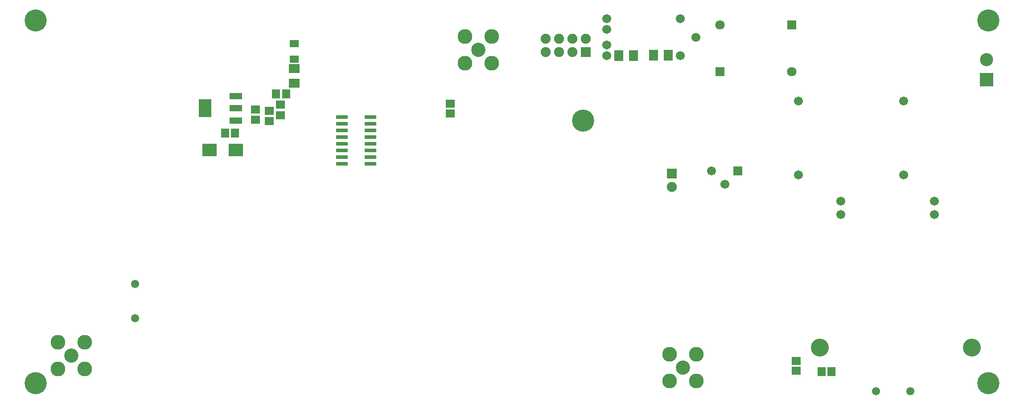
<source format=gbs>
G04*
G04 #@! TF.GenerationSoftware,Altium Limited,Altium Designer,19.1.8 (144)*
G04*
G04 Layer_Color=16711935*
%FSLAX25Y25*%
%MOIN*%
G70*
G01*
G75*
%ADD26R,0.07887X0.07099*%
%ADD32R,0.07099X0.07887*%
%ADD34R,0.05918X0.06706*%
%ADD37R,0.09265X0.04540*%
%ADD38R,0.09265X0.13595*%
%ADD43R,0.06706X0.05918*%
%ADD45C,0.06706*%
%ADD46C,0.11036*%
%ADD47C,0.10642*%
%ADD48C,0.06115*%
%ADD49R,0.09855X0.09855*%
%ADD50C,0.09855*%
%ADD51R,0.07493X0.07493*%
%ADD52C,0.07493*%
%ADD53R,0.06706X0.06706*%
%ADD54C,0.07099*%
%ADD55R,0.07099X0.07099*%
%ADD56R,0.07493X0.07493*%
%ADD57C,0.13398*%
%ADD58C,0.16548*%
%ADD121R,0.06312X0.06706*%
%ADD122R,0.06706X0.06312*%
%ADD123R,0.07099X0.05524*%
%ADD124R,0.11036X0.09461*%
%ADD125R,0.08674X0.03162*%
D26*
X205161Y-51542D02*
D03*
Y-62566D02*
D03*
D32*
X459012Y-42000D02*
D03*
X447988D02*
D03*
X473988Y-41500D02*
D03*
X485012D02*
D03*
D34*
X153624Y-99948D02*
D03*
X161104D02*
D03*
X607029Y-278500D02*
D03*
X599548D02*
D03*
D37*
X161598Y-72361D02*
D03*
Y-81416D02*
D03*
Y-90471D02*
D03*
D38*
X138763Y-81416D02*
D03*
D43*
X322000Y-85240D02*
D03*
Y-77760D02*
D03*
X580500Y-278029D02*
D03*
Y-270548D02*
D03*
X176240Y-82409D02*
D03*
Y-89889D02*
D03*
D45*
X614000Y-161000D02*
D03*
X684000Y-151000D02*
D03*
X614000D02*
D03*
X684000Y-161000D02*
D03*
X527247Y-138167D02*
D03*
X517404Y-128325D02*
D03*
X438843Y-41940D02*
D03*
X505772Y-28161D02*
D03*
X493961Y-41940D02*
D03*
X438843Y-14381D02*
D03*
X493961D02*
D03*
X438843Y-22255D02*
D03*
Y-34066D02*
D03*
X582209Y-131111D02*
D03*
Y-75993D02*
D03*
X660950Y-131111D02*
D03*
Y-75993D02*
D03*
D46*
X486000Y-285500D02*
D03*
X506000D02*
D03*
Y-265500D02*
D03*
X486000D02*
D03*
X28500Y-276500D02*
D03*
X48500D02*
D03*
Y-256500D02*
D03*
X28500D02*
D03*
X352857Y-47634D02*
D03*
X332857D02*
D03*
Y-27634D02*
D03*
X352857D02*
D03*
D47*
X496000Y-275500D02*
D03*
X38500Y-266500D02*
D03*
X342857Y-37634D02*
D03*
D48*
X86250Y-212866D02*
D03*
Y-238457D02*
D03*
X640346Y-293307D02*
D03*
X665936D02*
D03*
D49*
X723025Y-60011D02*
D03*
D50*
Y-45011D02*
D03*
D51*
X487571Y-130296D02*
D03*
D52*
Y-140296D02*
D03*
X423196Y-29358D02*
D03*
X413196Y-39358D02*
D03*
Y-29358D02*
D03*
X403196Y-39358D02*
D03*
Y-29358D02*
D03*
X393196Y-39358D02*
D03*
Y-29358D02*
D03*
D53*
X537089Y-128325D02*
D03*
D54*
X523573Y-18774D02*
D03*
X577378Y-53800D02*
D03*
D55*
X523573Y-53774D02*
D03*
X577378Y-18800D02*
D03*
D56*
X423196Y-39358D02*
D03*
D57*
X712000Y-260630D02*
D03*
X598425D02*
D03*
D58*
X724409Y-15748D02*
D03*
Y-287402D02*
D03*
X11811Y-15748D02*
D03*
Y-287402D02*
D03*
X421260Y-90551D02*
D03*
D121*
X199374Y-70500D02*
D03*
X191500D02*
D03*
D122*
X195000Y-78563D02*
D03*
Y-86437D02*
D03*
X186675Y-90974D02*
D03*
Y-83100D02*
D03*
D123*
X205344Y-44573D02*
D03*
Y-32762D02*
D03*
D124*
X161558Y-112747D02*
D03*
X141873D02*
D03*
D125*
X241085Y-87910D02*
D03*
Y-92909D02*
D03*
Y-97909D02*
D03*
Y-102909D02*
D03*
Y-107909D02*
D03*
Y-112909D02*
D03*
Y-117909D02*
D03*
Y-122909D02*
D03*
X262345D02*
D03*
Y-117909D02*
D03*
Y-112909D02*
D03*
Y-107909D02*
D03*
Y-102909D02*
D03*
Y-97909D02*
D03*
Y-92909D02*
D03*
Y-87910D02*
D03*
M02*

</source>
